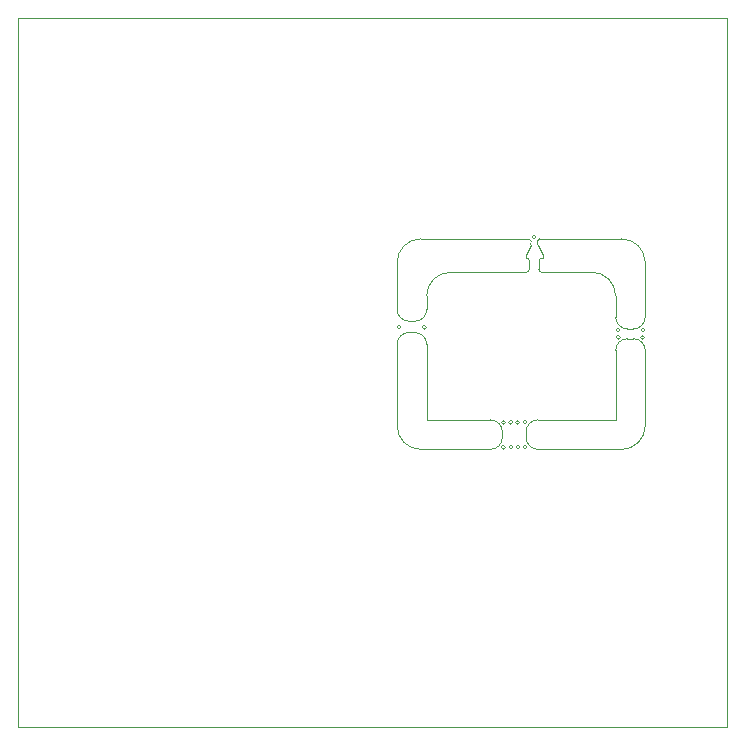
<source format=gbr>
%TF.GenerationSoftware,KiCad,Pcbnew,(7.0.0)*%
%TF.CreationDate,2023-07-09T20:13:22-04:00*%
%TF.ProjectId,headstage-neuropix1e,68656164-7374-4616-9765-2d6e6575726f,A*%
%TF.SameCoordinates,Original*%
%TF.FileFunction,Profile,NP*%
%FSLAX46Y46*%
G04 Gerber Fmt 4.6, Leading zero omitted, Abs format (unit mm)*
G04 Created by KiCad (PCBNEW (7.0.0)) date 2023-07-09 20:13:22*
%MOMM*%
%LPD*%
G01*
G04 APERTURE LIST*
%TA.AperFunction,Profile*%
%ADD10C,0.050000*%
%TD*%
G04 APERTURE END LIST*
D10*
X148600000Y-86500000D02*
X144350000Y-86500000D01*
X151100000Y-83670000D02*
X144150000Y-83675001D01*
X152100000Y-91300000D02*
G75*
G03*
X153100000Y-90300000I0J1000000D01*
G01*
X150975000Y-92020000D02*
G75*
G03*
X150975000Y-92020000I-175000J0D01*
G01*
X132100000Y-92600000D02*
X132100000Y-99500000D01*
X134100000Y-83670000D02*
G75*
G03*
X132100000Y-85670000I0J-2000000D01*
G01*
X134600000Y-99000000D02*
X140000000Y-99000000D01*
X143050000Y-86500000D02*
G75*
G03*
X143300000Y-86250000I0J250000D01*
G01*
X150600000Y-88500000D02*
X150600000Y-90300000D01*
X133100000Y-90650000D02*
X133600000Y-90650000D01*
X134600000Y-92600000D02*
X134600000Y-99000000D01*
X144100000Y-86250000D02*
G75*
G03*
X144350000Y-86500000I250000J0D01*
G01*
X144150000Y-83675001D02*
G75*
G03*
X143993687Y-84160212I100000J-299999D01*
G01*
X143050000Y-85300000D02*
X142975000Y-85300000D01*
X132100000Y-99500000D02*
G75*
G03*
X134100000Y-101500000I2000000J0D01*
G01*
X143050000Y-86500000D02*
X136600000Y-86500000D01*
X134600000Y-88500000D02*
X134600000Y-89650000D01*
X144020000Y-99000000D02*
X150600000Y-99000000D01*
X153100000Y-93120000D02*
G75*
G03*
X152100000Y-92120000I-1000000J0D01*
G01*
X143875000Y-83500000D02*
G75*
G03*
X143875000Y-83500000I-175000J0D01*
G01*
X134575000Y-91150000D02*
G75*
G03*
X134575000Y-91150000I-175000J0D01*
G01*
X153075000Y-91400000D02*
G75*
G03*
X153075000Y-91400000I-175000J0D01*
G01*
X153100000Y-90300000D02*
X153100000Y-85670000D01*
X151100000Y-101500000D02*
G75*
G03*
X153100000Y-99500000I0J2000000D01*
G01*
X143406313Y-84160212D02*
X142975000Y-85050000D01*
X144350000Y-85300000D02*
X144425000Y-85300000D01*
X153075000Y-92020000D02*
G75*
G03*
X153075000Y-92020000I-175000J0D01*
G01*
X136600000Y-86500000D02*
G75*
G03*
X134600000Y-88500000I0J-2000000D01*
G01*
X132100000Y-89650000D02*
G75*
G03*
X133100000Y-90650000I1000000J0D01*
G01*
X141895000Y-99200000D02*
G75*
G03*
X141895000Y-99200000I-175000J0D01*
G01*
X141895000Y-101300000D02*
G75*
G03*
X141895000Y-101300000I-175000J0D01*
G01*
X144350000Y-85300000D02*
G75*
G03*
X144100000Y-85550000I0J-250000D01*
G01*
X143406312Y-84160211D02*
G75*
G03*
X143250000Y-83675002I-256312J185211D01*
G01*
X142975000Y-85050000D02*
X142975000Y-85300000D01*
X150975000Y-91400000D02*
G75*
G03*
X150975000Y-91400000I-175000J0D01*
G01*
X153100000Y-85670000D02*
G75*
G03*
X151100000Y-83670000I-2000000J0D01*
G01*
X141000000Y-100000000D02*
G75*
G03*
X140000000Y-99000000I-1000000J0D01*
G01*
X133600000Y-90650000D02*
G75*
G03*
X134600000Y-89650000I0J1000000D01*
G01*
X143300000Y-85550000D02*
G75*
G03*
X143050000Y-85300000I-250000J0D01*
G01*
X134600000Y-92600000D02*
G75*
G03*
X133600000Y-91600000I-1000000J0D01*
G01*
X150600000Y-93120000D02*
X150600000Y-99000000D01*
X151600000Y-91300000D02*
X152100000Y-91300000D01*
X153100000Y-93120000D02*
X153100000Y-99500000D01*
X152100000Y-92120000D02*
X151600000Y-92120000D01*
X142475000Y-101300000D02*
G75*
G03*
X142475000Y-101300000I-175000J0D01*
G01*
X143020000Y-100000000D02*
X143020000Y-100500000D01*
X142475000Y-99200000D02*
G75*
G03*
X142475000Y-99200000I-175000J0D01*
G01*
X143095000Y-99200000D02*
G75*
G03*
X143095000Y-99200000I-175000J0D01*
G01*
X141000000Y-100500000D02*
X141000000Y-100000000D01*
X150600000Y-90300000D02*
G75*
G03*
X151600000Y-91300000I1000000J0D01*
G01*
X132450000Y-91150000D02*
G75*
G03*
X132450000Y-91150000I-175000J0D01*
G01*
X141275000Y-99200000D02*
G75*
G03*
X141275000Y-99200000I-175000J0D01*
G01*
X143250000Y-83675001D02*
X134100000Y-83670000D01*
X144425000Y-85050000D02*
X143993687Y-84160212D01*
X141275000Y-101300000D02*
G75*
G03*
X141275000Y-101300000I-175000J0D01*
G01*
X151600000Y-92120000D02*
G75*
G03*
X150600000Y-93120000I0J-1000000D01*
G01*
X144100000Y-86250000D02*
X144100000Y-85550000D01*
X134100000Y-101500000D02*
X140000000Y-101500000D01*
X132100000Y-89650000D02*
X132100000Y-85670000D01*
X150600000Y-88500000D02*
G75*
G03*
X148600000Y-86500000I-2000000J0D01*
G01*
X133100000Y-91600000D02*
G75*
G03*
X132100000Y-92600000I0J-1000000D01*
G01*
X144425000Y-85300000D02*
X144425000Y-85050000D01*
X140000000Y-101500000D02*
G75*
G03*
X141000000Y-100500000I0J1000000D01*
G01*
X133600000Y-91600000D02*
X133100000Y-91600000D01*
X144020000Y-99000000D02*
G75*
G03*
X143020000Y-100000000I0J-1000000D01*
G01*
X143095000Y-101300000D02*
G75*
G03*
X143095000Y-101300000I-175000J0D01*
G01*
X151100000Y-101500000D02*
X144020000Y-101500000D01*
X143020000Y-100500000D02*
G75*
G03*
X144020000Y-101500000I1000000J0D01*
G01*
X143300000Y-85550000D02*
X143300000Y-86250000D01*
X100000000Y-65000000D02*
X160000000Y-65000000D01*
X160000000Y-65000000D02*
X160000000Y-125000000D01*
X160000000Y-125000000D02*
X100000000Y-125000000D01*
X100000000Y-125000000D02*
X100000000Y-65000000D01*
M02*

</source>
